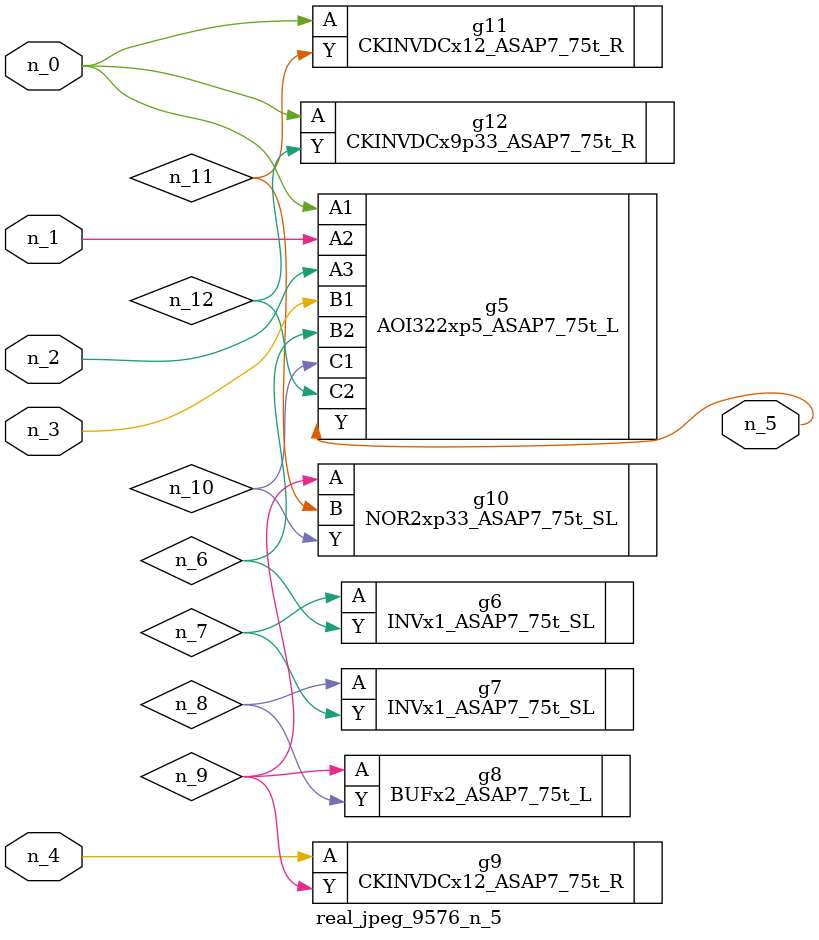
<source format=v>
module real_jpeg_9576_n_5 (n_4, n_0, n_1, n_2, n_3, n_5);

input n_4;
input n_0;
input n_1;
input n_2;
input n_3;

output n_5;

wire n_12;
wire n_8;
wire n_11;
wire n_6;
wire n_7;
wire n_10;
wire n_9;

AOI322xp5_ASAP7_75t_L g5 ( 
.A1(n_0),
.A2(n_1),
.A3(n_2),
.B1(n_3),
.B2(n_6),
.C1(n_10),
.C2(n_12),
.Y(n_5)
);

CKINVDCx12_ASAP7_75t_R g11 ( 
.A(n_0),
.Y(n_11)
);

CKINVDCx9p33_ASAP7_75t_R g12 ( 
.A(n_0),
.Y(n_12)
);

CKINVDCx12_ASAP7_75t_R g9 ( 
.A(n_4),
.Y(n_9)
);

INVx1_ASAP7_75t_SL g6 ( 
.A(n_7),
.Y(n_6)
);

INVx1_ASAP7_75t_SL g7 ( 
.A(n_8),
.Y(n_7)
);

BUFx2_ASAP7_75t_L g8 ( 
.A(n_9),
.Y(n_8)
);

NOR2xp33_ASAP7_75t_SL g10 ( 
.A(n_9),
.B(n_11),
.Y(n_10)
);


endmodule
</source>
